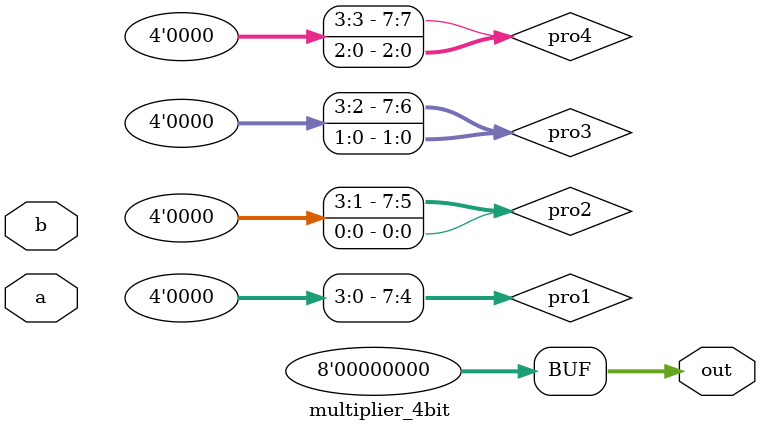
<source format=v>

module multiplier_4bit(out, a, b);

output reg [7:0] out;
input [3:0] a, b;

/*
wire [7:0] temp1;
integer i;

assign temp1 = b;

always @(a or b) begin
out = 8'd0;

for(i = 0; i<4; i=i+1) begin
out = out + (temp1<<i)*a[i];
end
end
*/


/* Dataflow */
wire [7:0] pro1, pro2, pro3, pro4;
assign out = 8'd0;

assign pro1 = {4'b0000, a[3]&b[0], a[2]&b[0], a[1]&b[0], a[0]&b[0]};
assign pro2 = {3'b000, a[3]&b[1], a[2]&b[1], a[1]&b[1], a[0]&b[1], 1'b0};
assign pro3 = {2'b00, a[3]&b[2], a[2]&b[2], a[1]&b[2], a[0]&b[2], 2'b00};
assign pro4 = {1'b0, a[3]&b[3], a[2]&b[3], a[1]&b[3], a[0]&b[3], 3'b000};

assign out = pro1 + pro2 + pro3 + pro4;

endmodule


/* 
module testbench;

reg [3:0] a, b;
wire [7:0] out;

multiplier_4bit mul(out, a, b);

initial begin
a = 4'b1011;
b = 4'b0110;
end

endmodule
*/

</source>
